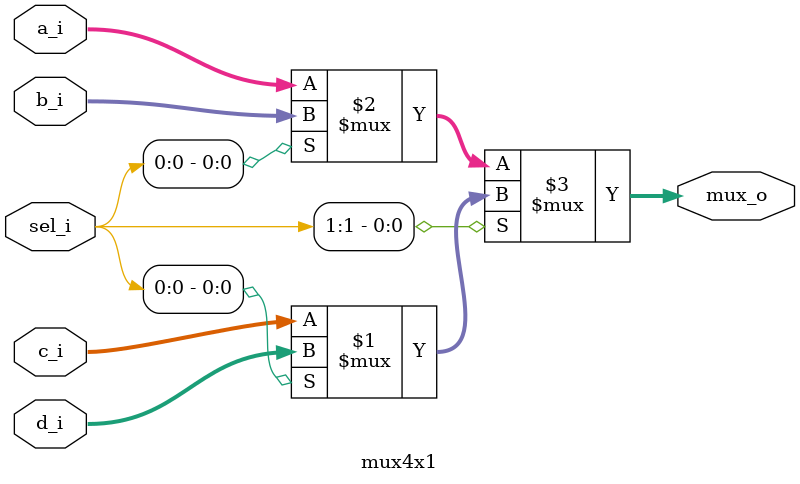
<source format=v>
module mux4x1 #(parameter BUS_SIZE=4) (
	input  [BUS_SIZE-1:0] a_i,
	input  [BUS_SIZE-1:0] b_i,
	input  [BUS_SIZE-1:0] c_i,
	input  [BUS_SIZE-1:0] d_i,
	input  [1:0] sel_i,
	output [BUS_SIZE-1:0] mux_o
);

	assign mux_o = sel_i[1] ?
		(sel_i[0] ? d_i: c_i) :
		(sel_i[0] ? b_i: a_i);

endmodule //mux4x1

</source>
